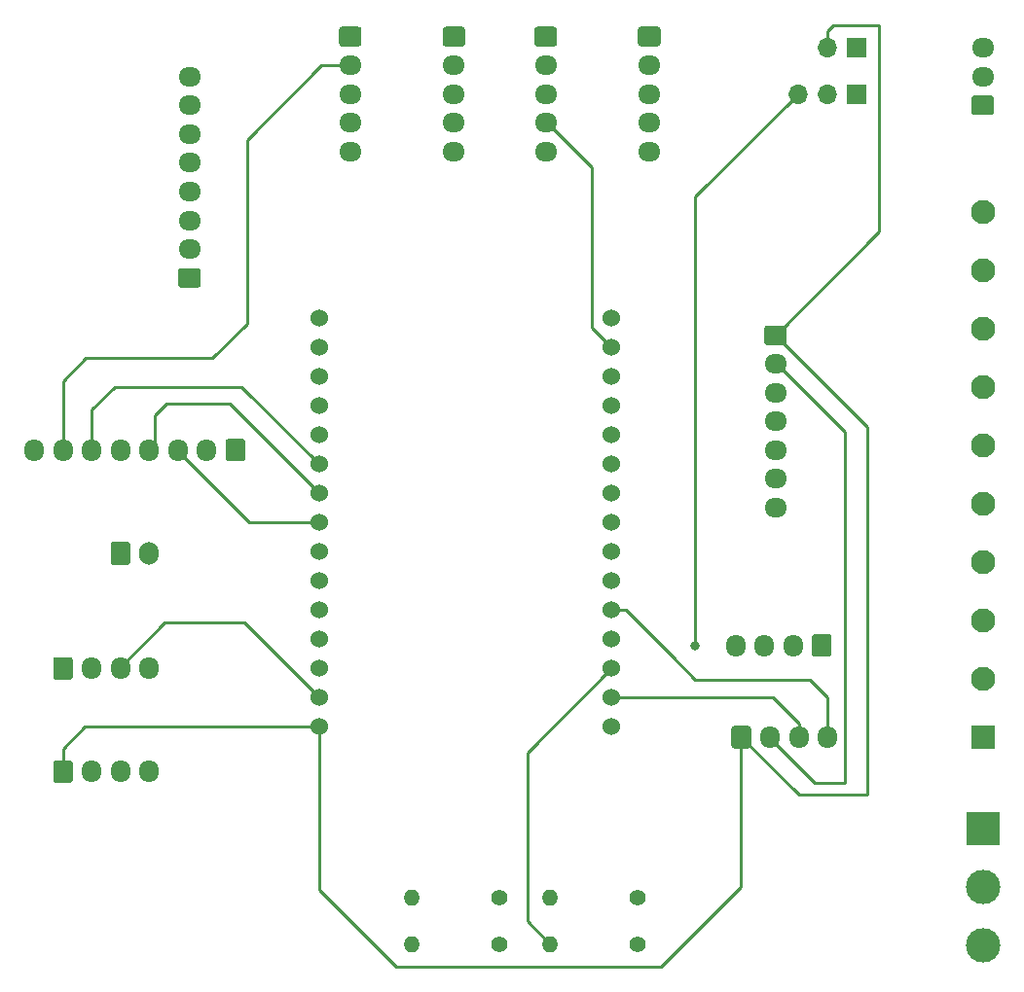
<source format=gbl>
G04 #@! TF.GenerationSoftware,KiCad,Pcbnew,(5.1.2)-2*
G04 #@! TF.CreationDate,2023-01-06T14:54:35+01:00*
G04 #@! TF.ProjectId,greenhouse,67726565-6e68-46f7-9573-652e6b696361,rev?*
G04 #@! TF.SameCoordinates,Original*
G04 #@! TF.FileFunction,Copper,L2,Bot*
G04 #@! TF.FilePolarity,Positive*
%FSLAX46Y46*%
G04 Gerber Fmt 4.6, Leading zero omitted, Abs format (unit mm)*
G04 Created by KiCad (PCBNEW (5.1.2)-2) date 2023-01-06 14:54:35*
%MOMM*%
%LPD*%
G04 APERTURE LIST*
%ADD10C,1.524000*%
%ADD11O,1.950000X1.700000*%
%ADD12C,0.100000*%
%ADD13C,1.700000*%
%ADD14O,1.700000X1.950000*%
%ADD15O,1.400000X1.400000*%
%ADD16C,1.400000*%
%ADD17O,1.700000X1.700000*%
%ADD18R,1.700000X1.700000*%
%ADD19C,2.100000*%
%ADD20R,2.100000X2.100000*%
%ADD21O,1.700000X2.000000*%
%ADD22C,3.000000*%
%ADD23R,3.000000X3.000000*%
%ADD24C,0.800000*%
%ADD25C,0.250000*%
G04 APERTURE END LIST*
D10*
X131300000Y-84540000D03*
X131300000Y-87080000D03*
X131300000Y-89620000D03*
X131300000Y-92160000D03*
X131300000Y-94700000D03*
X131300000Y-97240000D03*
X131300000Y-99780000D03*
X131300000Y-102320000D03*
X131300000Y-104860000D03*
X131300000Y-107400000D03*
X131300000Y-109940000D03*
X131300000Y-112480000D03*
X131300000Y-115020000D03*
X131300000Y-117560000D03*
X131300000Y-120100000D03*
X156700000Y-120100000D03*
X156700000Y-117560000D03*
X156700000Y-115020000D03*
X156700000Y-112480000D03*
X156700000Y-109940000D03*
X156700000Y-107400000D03*
X156700000Y-104860000D03*
X156700000Y-102320000D03*
X156700000Y-99780000D03*
X156700000Y-97240000D03*
X156700000Y-94700000D03*
X156700000Y-92160000D03*
X156700000Y-89620000D03*
X156700000Y-87080000D03*
X156700000Y-84540000D03*
D11*
X160000000Y-70000000D03*
X160000000Y-67500000D03*
X160000000Y-65000000D03*
X160000000Y-62500000D03*
D12*
G36*
X160749504Y-59151204D02*
G01*
X160773773Y-59154804D01*
X160797571Y-59160765D01*
X160820671Y-59169030D01*
X160842849Y-59179520D01*
X160863893Y-59192133D01*
X160883598Y-59206747D01*
X160901777Y-59223223D01*
X160918253Y-59241402D01*
X160932867Y-59261107D01*
X160945480Y-59282151D01*
X160955970Y-59304329D01*
X160964235Y-59327429D01*
X160970196Y-59351227D01*
X160973796Y-59375496D01*
X160975000Y-59400000D01*
X160975000Y-60600000D01*
X160973796Y-60624504D01*
X160970196Y-60648773D01*
X160964235Y-60672571D01*
X160955970Y-60695671D01*
X160945480Y-60717849D01*
X160932867Y-60738893D01*
X160918253Y-60758598D01*
X160901777Y-60776777D01*
X160883598Y-60793253D01*
X160863893Y-60807867D01*
X160842849Y-60820480D01*
X160820671Y-60830970D01*
X160797571Y-60839235D01*
X160773773Y-60845196D01*
X160749504Y-60848796D01*
X160725000Y-60850000D01*
X159275000Y-60850000D01*
X159250496Y-60848796D01*
X159226227Y-60845196D01*
X159202429Y-60839235D01*
X159179329Y-60830970D01*
X159157151Y-60820480D01*
X159136107Y-60807867D01*
X159116402Y-60793253D01*
X159098223Y-60776777D01*
X159081747Y-60758598D01*
X159067133Y-60738893D01*
X159054520Y-60717849D01*
X159044030Y-60695671D01*
X159035765Y-60672571D01*
X159029804Y-60648773D01*
X159026204Y-60624504D01*
X159025000Y-60600000D01*
X159025000Y-59400000D01*
X159026204Y-59375496D01*
X159029804Y-59351227D01*
X159035765Y-59327429D01*
X159044030Y-59304329D01*
X159054520Y-59282151D01*
X159067133Y-59261107D01*
X159081747Y-59241402D01*
X159098223Y-59223223D01*
X159116402Y-59206747D01*
X159136107Y-59192133D01*
X159157151Y-59179520D01*
X159179329Y-59169030D01*
X159202429Y-59160765D01*
X159226227Y-59154804D01*
X159250496Y-59151204D01*
X159275000Y-59150000D01*
X160725000Y-59150000D01*
X160749504Y-59151204D01*
X160749504Y-59151204D01*
G37*
D13*
X160000000Y-60000000D03*
D14*
X175500000Y-121000000D03*
X173000000Y-121000000D03*
X170500000Y-121000000D03*
D12*
G36*
X168624504Y-120026204D02*
G01*
X168648773Y-120029804D01*
X168672571Y-120035765D01*
X168695671Y-120044030D01*
X168717849Y-120054520D01*
X168738893Y-120067133D01*
X168758598Y-120081747D01*
X168776777Y-120098223D01*
X168793253Y-120116402D01*
X168807867Y-120136107D01*
X168820480Y-120157151D01*
X168830970Y-120179329D01*
X168839235Y-120202429D01*
X168845196Y-120226227D01*
X168848796Y-120250496D01*
X168850000Y-120275000D01*
X168850000Y-121725000D01*
X168848796Y-121749504D01*
X168845196Y-121773773D01*
X168839235Y-121797571D01*
X168830970Y-121820671D01*
X168820480Y-121842849D01*
X168807867Y-121863893D01*
X168793253Y-121883598D01*
X168776777Y-121901777D01*
X168758598Y-121918253D01*
X168738893Y-121932867D01*
X168717849Y-121945480D01*
X168695671Y-121955970D01*
X168672571Y-121964235D01*
X168648773Y-121970196D01*
X168624504Y-121973796D01*
X168600000Y-121975000D01*
X167400000Y-121975000D01*
X167375496Y-121973796D01*
X167351227Y-121970196D01*
X167327429Y-121964235D01*
X167304329Y-121955970D01*
X167282151Y-121945480D01*
X167261107Y-121932867D01*
X167241402Y-121918253D01*
X167223223Y-121901777D01*
X167206747Y-121883598D01*
X167192133Y-121863893D01*
X167179520Y-121842849D01*
X167169030Y-121820671D01*
X167160765Y-121797571D01*
X167154804Y-121773773D01*
X167151204Y-121749504D01*
X167150000Y-121725000D01*
X167150000Y-120275000D01*
X167151204Y-120250496D01*
X167154804Y-120226227D01*
X167160765Y-120202429D01*
X167169030Y-120179329D01*
X167179520Y-120157151D01*
X167192133Y-120136107D01*
X167206747Y-120116402D01*
X167223223Y-120098223D01*
X167241402Y-120081747D01*
X167261107Y-120067133D01*
X167282151Y-120054520D01*
X167304329Y-120044030D01*
X167327429Y-120035765D01*
X167351227Y-120029804D01*
X167375496Y-120026204D01*
X167400000Y-120025000D01*
X168600000Y-120025000D01*
X168624504Y-120026204D01*
X168624504Y-120026204D01*
G37*
D13*
X168000000Y-121000000D03*
D14*
X106500000Y-96000000D03*
X109000000Y-96000000D03*
X111500000Y-96000000D03*
X114000000Y-96000000D03*
X116500000Y-96000000D03*
X119000000Y-96000000D03*
X121500000Y-96000000D03*
D12*
G36*
X124624504Y-95026204D02*
G01*
X124648773Y-95029804D01*
X124672571Y-95035765D01*
X124695671Y-95044030D01*
X124717849Y-95054520D01*
X124738893Y-95067133D01*
X124758598Y-95081747D01*
X124776777Y-95098223D01*
X124793253Y-95116402D01*
X124807867Y-95136107D01*
X124820480Y-95157151D01*
X124830970Y-95179329D01*
X124839235Y-95202429D01*
X124845196Y-95226227D01*
X124848796Y-95250496D01*
X124850000Y-95275000D01*
X124850000Y-96725000D01*
X124848796Y-96749504D01*
X124845196Y-96773773D01*
X124839235Y-96797571D01*
X124830970Y-96820671D01*
X124820480Y-96842849D01*
X124807867Y-96863893D01*
X124793253Y-96883598D01*
X124776777Y-96901777D01*
X124758598Y-96918253D01*
X124738893Y-96932867D01*
X124717849Y-96945480D01*
X124695671Y-96955970D01*
X124672571Y-96964235D01*
X124648773Y-96970196D01*
X124624504Y-96973796D01*
X124600000Y-96975000D01*
X123400000Y-96975000D01*
X123375496Y-96973796D01*
X123351227Y-96970196D01*
X123327429Y-96964235D01*
X123304329Y-96955970D01*
X123282151Y-96945480D01*
X123261107Y-96932867D01*
X123241402Y-96918253D01*
X123223223Y-96901777D01*
X123206747Y-96883598D01*
X123192133Y-96863893D01*
X123179520Y-96842849D01*
X123169030Y-96820671D01*
X123160765Y-96797571D01*
X123154804Y-96773773D01*
X123151204Y-96749504D01*
X123150000Y-96725000D01*
X123150000Y-95275000D01*
X123151204Y-95250496D01*
X123154804Y-95226227D01*
X123160765Y-95202429D01*
X123169030Y-95179329D01*
X123179520Y-95157151D01*
X123192133Y-95136107D01*
X123206747Y-95116402D01*
X123223223Y-95098223D01*
X123241402Y-95081747D01*
X123261107Y-95067133D01*
X123282151Y-95054520D01*
X123304329Y-95044030D01*
X123327429Y-95035765D01*
X123351227Y-95029804D01*
X123375496Y-95026204D01*
X123400000Y-95025000D01*
X124600000Y-95025000D01*
X124624504Y-95026204D01*
X124624504Y-95026204D01*
G37*
D13*
X124000000Y-96000000D03*
D11*
X120000000Y-63500000D03*
X120000000Y-66000000D03*
X120000000Y-68500000D03*
X120000000Y-71000000D03*
X120000000Y-73500000D03*
X120000000Y-76000000D03*
X120000000Y-78500000D03*
D12*
G36*
X120749504Y-80151204D02*
G01*
X120773773Y-80154804D01*
X120797571Y-80160765D01*
X120820671Y-80169030D01*
X120842849Y-80179520D01*
X120863893Y-80192133D01*
X120883598Y-80206747D01*
X120901777Y-80223223D01*
X120918253Y-80241402D01*
X120932867Y-80261107D01*
X120945480Y-80282151D01*
X120955970Y-80304329D01*
X120964235Y-80327429D01*
X120970196Y-80351227D01*
X120973796Y-80375496D01*
X120975000Y-80400000D01*
X120975000Y-81600000D01*
X120973796Y-81624504D01*
X120970196Y-81648773D01*
X120964235Y-81672571D01*
X120955970Y-81695671D01*
X120945480Y-81717849D01*
X120932867Y-81738893D01*
X120918253Y-81758598D01*
X120901777Y-81776777D01*
X120883598Y-81793253D01*
X120863893Y-81807867D01*
X120842849Y-81820480D01*
X120820671Y-81830970D01*
X120797571Y-81839235D01*
X120773773Y-81845196D01*
X120749504Y-81848796D01*
X120725000Y-81850000D01*
X119275000Y-81850000D01*
X119250496Y-81848796D01*
X119226227Y-81845196D01*
X119202429Y-81839235D01*
X119179329Y-81830970D01*
X119157151Y-81820480D01*
X119136107Y-81807867D01*
X119116402Y-81793253D01*
X119098223Y-81776777D01*
X119081747Y-81758598D01*
X119067133Y-81738893D01*
X119054520Y-81717849D01*
X119044030Y-81695671D01*
X119035765Y-81672571D01*
X119029804Y-81648773D01*
X119026204Y-81624504D01*
X119025000Y-81600000D01*
X119025000Y-80400000D01*
X119026204Y-80375496D01*
X119029804Y-80351227D01*
X119035765Y-80327429D01*
X119044030Y-80304329D01*
X119054520Y-80282151D01*
X119067133Y-80261107D01*
X119081747Y-80241402D01*
X119098223Y-80223223D01*
X119116402Y-80206747D01*
X119136107Y-80192133D01*
X119157151Y-80179520D01*
X119179329Y-80169030D01*
X119202429Y-80160765D01*
X119226227Y-80154804D01*
X119250496Y-80151204D01*
X119275000Y-80150000D01*
X120725000Y-80150000D01*
X120749504Y-80151204D01*
X120749504Y-80151204D01*
G37*
D13*
X120000000Y-81000000D03*
D15*
X151380000Y-139000000D03*
D16*
X159000000Y-139000000D03*
D17*
X172920000Y-65000000D03*
X175460000Y-65000000D03*
D18*
X178000000Y-65000000D03*
D11*
X189000000Y-61000000D03*
X189000000Y-63500000D03*
D12*
G36*
X189749504Y-65151204D02*
G01*
X189773773Y-65154804D01*
X189797571Y-65160765D01*
X189820671Y-65169030D01*
X189842849Y-65179520D01*
X189863893Y-65192133D01*
X189883598Y-65206747D01*
X189901777Y-65223223D01*
X189918253Y-65241402D01*
X189932867Y-65261107D01*
X189945480Y-65282151D01*
X189955970Y-65304329D01*
X189964235Y-65327429D01*
X189970196Y-65351227D01*
X189973796Y-65375496D01*
X189975000Y-65400000D01*
X189975000Y-66600000D01*
X189973796Y-66624504D01*
X189970196Y-66648773D01*
X189964235Y-66672571D01*
X189955970Y-66695671D01*
X189945480Y-66717849D01*
X189932867Y-66738893D01*
X189918253Y-66758598D01*
X189901777Y-66776777D01*
X189883598Y-66793253D01*
X189863893Y-66807867D01*
X189842849Y-66820480D01*
X189820671Y-66830970D01*
X189797571Y-66839235D01*
X189773773Y-66845196D01*
X189749504Y-66848796D01*
X189725000Y-66850000D01*
X188275000Y-66850000D01*
X188250496Y-66848796D01*
X188226227Y-66845196D01*
X188202429Y-66839235D01*
X188179329Y-66830970D01*
X188157151Y-66820480D01*
X188136107Y-66807867D01*
X188116402Y-66793253D01*
X188098223Y-66776777D01*
X188081747Y-66758598D01*
X188067133Y-66738893D01*
X188054520Y-66717849D01*
X188044030Y-66695671D01*
X188035765Y-66672571D01*
X188029804Y-66648773D01*
X188026204Y-66624504D01*
X188025000Y-66600000D01*
X188025000Y-65400000D01*
X188026204Y-65375496D01*
X188029804Y-65351227D01*
X188035765Y-65327429D01*
X188044030Y-65304329D01*
X188054520Y-65282151D01*
X188067133Y-65261107D01*
X188081747Y-65241402D01*
X188098223Y-65223223D01*
X188116402Y-65206747D01*
X188136107Y-65192133D01*
X188157151Y-65179520D01*
X188179329Y-65169030D01*
X188202429Y-65160765D01*
X188226227Y-65154804D01*
X188250496Y-65151204D01*
X188275000Y-65150000D01*
X189725000Y-65150000D01*
X189749504Y-65151204D01*
X189749504Y-65151204D01*
G37*
D13*
X189000000Y-66000000D03*
D17*
X175460000Y-61000000D03*
D18*
X178000000Y-61000000D03*
D15*
X139380000Y-139000000D03*
D16*
X147000000Y-139000000D03*
D15*
X139380000Y-135000000D03*
D16*
X147000000Y-135000000D03*
D15*
X151380000Y-135000000D03*
D16*
X159000000Y-135000000D03*
D19*
X189000000Y-75280000D03*
X189000000Y-80360000D03*
X189000000Y-85440000D03*
X189000000Y-90520000D03*
X189000000Y-95600000D03*
X189000000Y-100680000D03*
X189000000Y-105760000D03*
X189000000Y-110840000D03*
X189000000Y-115920000D03*
D20*
X189000000Y-121000000D03*
D11*
X134000000Y-70000000D03*
X134000000Y-67500000D03*
X134000000Y-65000000D03*
X134000000Y-62500000D03*
D12*
G36*
X134749504Y-59151204D02*
G01*
X134773773Y-59154804D01*
X134797571Y-59160765D01*
X134820671Y-59169030D01*
X134842849Y-59179520D01*
X134863893Y-59192133D01*
X134883598Y-59206747D01*
X134901777Y-59223223D01*
X134918253Y-59241402D01*
X134932867Y-59261107D01*
X134945480Y-59282151D01*
X134955970Y-59304329D01*
X134964235Y-59327429D01*
X134970196Y-59351227D01*
X134973796Y-59375496D01*
X134975000Y-59400000D01*
X134975000Y-60600000D01*
X134973796Y-60624504D01*
X134970196Y-60648773D01*
X134964235Y-60672571D01*
X134955970Y-60695671D01*
X134945480Y-60717849D01*
X134932867Y-60738893D01*
X134918253Y-60758598D01*
X134901777Y-60776777D01*
X134883598Y-60793253D01*
X134863893Y-60807867D01*
X134842849Y-60820480D01*
X134820671Y-60830970D01*
X134797571Y-60839235D01*
X134773773Y-60845196D01*
X134749504Y-60848796D01*
X134725000Y-60850000D01*
X133275000Y-60850000D01*
X133250496Y-60848796D01*
X133226227Y-60845196D01*
X133202429Y-60839235D01*
X133179329Y-60830970D01*
X133157151Y-60820480D01*
X133136107Y-60807867D01*
X133116402Y-60793253D01*
X133098223Y-60776777D01*
X133081747Y-60758598D01*
X133067133Y-60738893D01*
X133054520Y-60717849D01*
X133044030Y-60695671D01*
X133035765Y-60672571D01*
X133029804Y-60648773D01*
X133026204Y-60624504D01*
X133025000Y-60600000D01*
X133025000Y-59400000D01*
X133026204Y-59375496D01*
X133029804Y-59351227D01*
X133035765Y-59327429D01*
X133044030Y-59304329D01*
X133054520Y-59282151D01*
X133067133Y-59261107D01*
X133081747Y-59241402D01*
X133098223Y-59223223D01*
X133116402Y-59206747D01*
X133136107Y-59192133D01*
X133157151Y-59179520D01*
X133179329Y-59169030D01*
X133202429Y-59160765D01*
X133226227Y-59154804D01*
X133250496Y-59151204D01*
X133275000Y-59150000D01*
X134725000Y-59150000D01*
X134749504Y-59151204D01*
X134749504Y-59151204D01*
G37*
D13*
X134000000Y-60000000D03*
D11*
X151000000Y-70000000D03*
X151000000Y-67500000D03*
X151000000Y-65000000D03*
X151000000Y-62500000D03*
D12*
G36*
X151749504Y-59151204D02*
G01*
X151773773Y-59154804D01*
X151797571Y-59160765D01*
X151820671Y-59169030D01*
X151842849Y-59179520D01*
X151863893Y-59192133D01*
X151883598Y-59206747D01*
X151901777Y-59223223D01*
X151918253Y-59241402D01*
X151932867Y-59261107D01*
X151945480Y-59282151D01*
X151955970Y-59304329D01*
X151964235Y-59327429D01*
X151970196Y-59351227D01*
X151973796Y-59375496D01*
X151975000Y-59400000D01*
X151975000Y-60600000D01*
X151973796Y-60624504D01*
X151970196Y-60648773D01*
X151964235Y-60672571D01*
X151955970Y-60695671D01*
X151945480Y-60717849D01*
X151932867Y-60738893D01*
X151918253Y-60758598D01*
X151901777Y-60776777D01*
X151883598Y-60793253D01*
X151863893Y-60807867D01*
X151842849Y-60820480D01*
X151820671Y-60830970D01*
X151797571Y-60839235D01*
X151773773Y-60845196D01*
X151749504Y-60848796D01*
X151725000Y-60850000D01*
X150275000Y-60850000D01*
X150250496Y-60848796D01*
X150226227Y-60845196D01*
X150202429Y-60839235D01*
X150179329Y-60830970D01*
X150157151Y-60820480D01*
X150136107Y-60807867D01*
X150116402Y-60793253D01*
X150098223Y-60776777D01*
X150081747Y-60758598D01*
X150067133Y-60738893D01*
X150054520Y-60717849D01*
X150044030Y-60695671D01*
X150035765Y-60672571D01*
X150029804Y-60648773D01*
X150026204Y-60624504D01*
X150025000Y-60600000D01*
X150025000Y-59400000D01*
X150026204Y-59375496D01*
X150029804Y-59351227D01*
X150035765Y-59327429D01*
X150044030Y-59304329D01*
X150054520Y-59282151D01*
X150067133Y-59261107D01*
X150081747Y-59241402D01*
X150098223Y-59223223D01*
X150116402Y-59206747D01*
X150136107Y-59192133D01*
X150157151Y-59179520D01*
X150179329Y-59169030D01*
X150202429Y-59160765D01*
X150226227Y-59154804D01*
X150250496Y-59151204D01*
X150275000Y-59150000D01*
X151725000Y-59150000D01*
X151749504Y-59151204D01*
X151749504Y-59151204D01*
G37*
D13*
X151000000Y-60000000D03*
D14*
X116500000Y-115000000D03*
X114000000Y-115000000D03*
X111500000Y-115000000D03*
D12*
G36*
X109624504Y-114026204D02*
G01*
X109648773Y-114029804D01*
X109672571Y-114035765D01*
X109695671Y-114044030D01*
X109717849Y-114054520D01*
X109738893Y-114067133D01*
X109758598Y-114081747D01*
X109776777Y-114098223D01*
X109793253Y-114116402D01*
X109807867Y-114136107D01*
X109820480Y-114157151D01*
X109830970Y-114179329D01*
X109839235Y-114202429D01*
X109845196Y-114226227D01*
X109848796Y-114250496D01*
X109850000Y-114275000D01*
X109850000Y-115725000D01*
X109848796Y-115749504D01*
X109845196Y-115773773D01*
X109839235Y-115797571D01*
X109830970Y-115820671D01*
X109820480Y-115842849D01*
X109807867Y-115863893D01*
X109793253Y-115883598D01*
X109776777Y-115901777D01*
X109758598Y-115918253D01*
X109738893Y-115932867D01*
X109717849Y-115945480D01*
X109695671Y-115955970D01*
X109672571Y-115964235D01*
X109648773Y-115970196D01*
X109624504Y-115973796D01*
X109600000Y-115975000D01*
X108400000Y-115975000D01*
X108375496Y-115973796D01*
X108351227Y-115970196D01*
X108327429Y-115964235D01*
X108304329Y-115955970D01*
X108282151Y-115945480D01*
X108261107Y-115932867D01*
X108241402Y-115918253D01*
X108223223Y-115901777D01*
X108206747Y-115883598D01*
X108192133Y-115863893D01*
X108179520Y-115842849D01*
X108169030Y-115820671D01*
X108160765Y-115797571D01*
X108154804Y-115773773D01*
X108151204Y-115749504D01*
X108150000Y-115725000D01*
X108150000Y-114275000D01*
X108151204Y-114250496D01*
X108154804Y-114226227D01*
X108160765Y-114202429D01*
X108169030Y-114179329D01*
X108179520Y-114157151D01*
X108192133Y-114136107D01*
X108206747Y-114116402D01*
X108223223Y-114098223D01*
X108241402Y-114081747D01*
X108261107Y-114067133D01*
X108282151Y-114054520D01*
X108304329Y-114044030D01*
X108327429Y-114035765D01*
X108351227Y-114029804D01*
X108375496Y-114026204D01*
X108400000Y-114025000D01*
X109600000Y-114025000D01*
X109624504Y-114026204D01*
X109624504Y-114026204D01*
G37*
D13*
X109000000Y-115000000D03*
D21*
X116500000Y-105000000D03*
D12*
G36*
X114624504Y-104001204D02*
G01*
X114648773Y-104004804D01*
X114672571Y-104010765D01*
X114695671Y-104019030D01*
X114717849Y-104029520D01*
X114738893Y-104042133D01*
X114758598Y-104056747D01*
X114776777Y-104073223D01*
X114793253Y-104091402D01*
X114807867Y-104111107D01*
X114820480Y-104132151D01*
X114830970Y-104154329D01*
X114839235Y-104177429D01*
X114845196Y-104201227D01*
X114848796Y-104225496D01*
X114850000Y-104250000D01*
X114850000Y-105750000D01*
X114848796Y-105774504D01*
X114845196Y-105798773D01*
X114839235Y-105822571D01*
X114830970Y-105845671D01*
X114820480Y-105867849D01*
X114807867Y-105888893D01*
X114793253Y-105908598D01*
X114776777Y-105926777D01*
X114758598Y-105943253D01*
X114738893Y-105957867D01*
X114717849Y-105970480D01*
X114695671Y-105980970D01*
X114672571Y-105989235D01*
X114648773Y-105995196D01*
X114624504Y-105998796D01*
X114600000Y-106000000D01*
X113400000Y-106000000D01*
X113375496Y-105998796D01*
X113351227Y-105995196D01*
X113327429Y-105989235D01*
X113304329Y-105980970D01*
X113282151Y-105970480D01*
X113261107Y-105957867D01*
X113241402Y-105943253D01*
X113223223Y-105926777D01*
X113206747Y-105908598D01*
X113192133Y-105888893D01*
X113179520Y-105867849D01*
X113169030Y-105845671D01*
X113160765Y-105822571D01*
X113154804Y-105798773D01*
X113151204Y-105774504D01*
X113150000Y-105750000D01*
X113150000Y-104250000D01*
X113151204Y-104225496D01*
X113154804Y-104201227D01*
X113160765Y-104177429D01*
X113169030Y-104154329D01*
X113179520Y-104132151D01*
X113192133Y-104111107D01*
X113206747Y-104091402D01*
X113223223Y-104073223D01*
X113241402Y-104056747D01*
X113261107Y-104042133D01*
X113282151Y-104029520D01*
X113304329Y-104019030D01*
X113327429Y-104010765D01*
X113351227Y-104004804D01*
X113375496Y-104001204D01*
X113400000Y-104000000D01*
X114600000Y-104000000D01*
X114624504Y-104001204D01*
X114624504Y-104001204D01*
G37*
D13*
X114000000Y-105000000D03*
D22*
X189000000Y-139160000D03*
X189000000Y-134080000D03*
D23*
X189000000Y-129000000D03*
D11*
X171000000Y-101000000D03*
X171000000Y-98500000D03*
X171000000Y-96000000D03*
X171000000Y-93500000D03*
X171000000Y-91000000D03*
X171000000Y-88500000D03*
D12*
G36*
X171749504Y-85151204D02*
G01*
X171773773Y-85154804D01*
X171797571Y-85160765D01*
X171820671Y-85169030D01*
X171842849Y-85179520D01*
X171863893Y-85192133D01*
X171883598Y-85206747D01*
X171901777Y-85223223D01*
X171918253Y-85241402D01*
X171932867Y-85261107D01*
X171945480Y-85282151D01*
X171955970Y-85304329D01*
X171964235Y-85327429D01*
X171970196Y-85351227D01*
X171973796Y-85375496D01*
X171975000Y-85400000D01*
X171975000Y-86600000D01*
X171973796Y-86624504D01*
X171970196Y-86648773D01*
X171964235Y-86672571D01*
X171955970Y-86695671D01*
X171945480Y-86717849D01*
X171932867Y-86738893D01*
X171918253Y-86758598D01*
X171901777Y-86776777D01*
X171883598Y-86793253D01*
X171863893Y-86807867D01*
X171842849Y-86820480D01*
X171820671Y-86830970D01*
X171797571Y-86839235D01*
X171773773Y-86845196D01*
X171749504Y-86848796D01*
X171725000Y-86850000D01*
X170275000Y-86850000D01*
X170250496Y-86848796D01*
X170226227Y-86845196D01*
X170202429Y-86839235D01*
X170179329Y-86830970D01*
X170157151Y-86820480D01*
X170136107Y-86807867D01*
X170116402Y-86793253D01*
X170098223Y-86776777D01*
X170081747Y-86758598D01*
X170067133Y-86738893D01*
X170054520Y-86717849D01*
X170044030Y-86695671D01*
X170035765Y-86672571D01*
X170029804Y-86648773D01*
X170026204Y-86624504D01*
X170025000Y-86600000D01*
X170025000Y-85400000D01*
X170026204Y-85375496D01*
X170029804Y-85351227D01*
X170035765Y-85327429D01*
X170044030Y-85304329D01*
X170054520Y-85282151D01*
X170067133Y-85261107D01*
X170081747Y-85241402D01*
X170098223Y-85223223D01*
X170116402Y-85206747D01*
X170136107Y-85192133D01*
X170157151Y-85179520D01*
X170179329Y-85169030D01*
X170202429Y-85160765D01*
X170226227Y-85154804D01*
X170250496Y-85151204D01*
X170275000Y-85150000D01*
X171725000Y-85150000D01*
X171749504Y-85151204D01*
X171749504Y-85151204D01*
G37*
D13*
X171000000Y-86000000D03*
D14*
X167500000Y-113000000D03*
X170000000Y-113000000D03*
X172500000Y-113000000D03*
D12*
G36*
X175624504Y-112026204D02*
G01*
X175648773Y-112029804D01*
X175672571Y-112035765D01*
X175695671Y-112044030D01*
X175717849Y-112054520D01*
X175738893Y-112067133D01*
X175758598Y-112081747D01*
X175776777Y-112098223D01*
X175793253Y-112116402D01*
X175807867Y-112136107D01*
X175820480Y-112157151D01*
X175830970Y-112179329D01*
X175839235Y-112202429D01*
X175845196Y-112226227D01*
X175848796Y-112250496D01*
X175850000Y-112275000D01*
X175850000Y-113725000D01*
X175848796Y-113749504D01*
X175845196Y-113773773D01*
X175839235Y-113797571D01*
X175830970Y-113820671D01*
X175820480Y-113842849D01*
X175807867Y-113863893D01*
X175793253Y-113883598D01*
X175776777Y-113901777D01*
X175758598Y-113918253D01*
X175738893Y-113932867D01*
X175717849Y-113945480D01*
X175695671Y-113955970D01*
X175672571Y-113964235D01*
X175648773Y-113970196D01*
X175624504Y-113973796D01*
X175600000Y-113975000D01*
X174400000Y-113975000D01*
X174375496Y-113973796D01*
X174351227Y-113970196D01*
X174327429Y-113964235D01*
X174304329Y-113955970D01*
X174282151Y-113945480D01*
X174261107Y-113932867D01*
X174241402Y-113918253D01*
X174223223Y-113901777D01*
X174206747Y-113883598D01*
X174192133Y-113863893D01*
X174179520Y-113842849D01*
X174169030Y-113820671D01*
X174160765Y-113797571D01*
X174154804Y-113773773D01*
X174151204Y-113749504D01*
X174150000Y-113725000D01*
X174150000Y-112275000D01*
X174151204Y-112250496D01*
X174154804Y-112226227D01*
X174160765Y-112202429D01*
X174169030Y-112179329D01*
X174179520Y-112157151D01*
X174192133Y-112136107D01*
X174206747Y-112116402D01*
X174223223Y-112098223D01*
X174241402Y-112081747D01*
X174261107Y-112067133D01*
X174282151Y-112054520D01*
X174304329Y-112044030D01*
X174327429Y-112035765D01*
X174351227Y-112029804D01*
X174375496Y-112026204D01*
X174400000Y-112025000D01*
X175600000Y-112025000D01*
X175624504Y-112026204D01*
X175624504Y-112026204D01*
G37*
D13*
X175000000Y-113000000D03*
D14*
X116500000Y-124000000D03*
X114000000Y-124000000D03*
X111500000Y-124000000D03*
D12*
G36*
X109624504Y-123026204D02*
G01*
X109648773Y-123029804D01*
X109672571Y-123035765D01*
X109695671Y-123044030D01*
X109717849Y-123054520D01*
X109738893Y-123067133D01*
X109758598Y-123081747D01*
X109776777Y-123098223D01*
X109793253Y-123116402D01*
X109807867Y-123136107D01*
X109820480Y-123157151D01*
X109830970Y-123179329D01*
X109839235Y-123202429D01*
X109845196Y-123226227D01*
X109848796Y-123250496D01*
X109850000Y-123275000D01*
X109850000Y-124725000D01*
X109848796Y-124749504D01*
X109845196Y-124773773D01*
X109839235Y-124797571D01*
X109830970Y-124820671D01*
X109820480Y-124842849D01*
X109807867Y-124863893D01*
X109793253Y-124883598D01*
X109776777Y-124901777D01*
X109758598Y-124918253D01*
X109738893Y-124932867D01*
X109717849Y-124945480D01*
X109695671Y-124955970D01*
X109672571Y-124964235D01*
X109648773Y-124970196D01*
X109624504Y-124973796D01*
X109600000Y-124975000D01*
X108400000Y-124975000D01*
X108375496Y-124973796D01*
X108351227Y-124970196D01*
X108327429Y-124964235D01*
X108304329Y-124955970D01*
X108282151Y-124945480D01*
X108261107Y-124932867D01*
X108241402Y-124918253D01*
X108223223Y-124901777D01*
X108206747Y-124883598D01*
X108192133Y-124863893D01*
X108179520Y-124842849D01*
X108169030Y-124820671D01*
X108160765Y-124797571D01*
X108154804Y-124773773D01*
X108151204Y-124749504D01*
X108150000Y-124725000D01*
X108150000Y-123275000D01*
X108151204Y-123250496D01*
X108154804Y-123226227D01*
X108160765Y-123202429D01*
X108169030Y-123179329D01*
X108179520Y-123157151D01*
X108192133Y-123136107D01*
X108206747Y-123116402D01*
X108223223Y-123098223D01*
X108241402Y-123081747D01*
X108261107Y-123067133D01*
X108282151Y-123054520D01*
X108304329Y-123044030D01*
X108327429Y-123035765D01*
X108351227Y-123029804D01*
X108375496Y-123026204D01*
X108400000Y-123025000D01*
X109600000Y-123025000D01*
X109624504Y-123026204D01*
X109624504Y-123026204D01*
G37*
D13*
X109000000Y-124000000D03*
D11*
X143000000Y-70000000D03*
X143000000Y-67500000D03*
X143000000Y-65000000D03*
X143000000Y-62500000D03*
D12*
G36*
X143749504Y-59151204D02*
G01*
X143773773Y-59154804D01*
X143797571Y-59160765D01*
X143820671Y-59169030D01*
X143842849Y-59179520D01*
X143863893Y-59192133D01*
X143883598Y-59206747D01*
X143901777Y-59223223D01*
X143918253Y-59241402D01*
X143932867Y-59261107D01*
X143945480Y-59282151D01*
X143955970Y-59304329D01*
X143964235Y-59327429D01*
X143970196Y-59351227D01*
X143973796Y-59375496D01*
X143975000Y-59400000D01*
X143975000Y-60600000D01*
X143973796Y-60624504D01*
X143970196Y-60648773D01*
X143964235Y-60672571D01*
X143955970Y-60695671D01*
X143945480Y-60717849D01*
X143932867Y-60738893D01*
X143918253Y-60758598D01*
X143901777Y-60776777D01*
X143883598Y-60793253D01*
X143863893Y-60807867D01*
X143842849Y-60820480D01*
X143820671Y-60830970D01*
X143797571Y-60839235D01*
X143773773Y-60845196D01*
X143749504Y-60848796D01*
X143725000Y-60850000D01*
X142275000Y-60850000D01*
X142250496Y-60848796D01*
X142226227Y-60845196D01*
X142202429Y-60839235D01*
X142179329Y-60830970D01*
X142157151Y-60820480D01*
X142136107Y-60807867D01*
X142116402Y-60793253D01*
X142098223Y-60776777D01*
X142081747Y-60758598D01*
X142067133Y-60738893D01*
X142054520Y-60717849D01*
X142044030Y-60695671D01*
X142035765Y-60672571D01*
X142029804Y-60648773D01*
X142026204Y-60624504D01*
X142025000Y-60600000D01*
X142025000Y-59400000D01*
X142026204Y-59375496D01*
X142029804Y-59351227D01*
X142035765Y-59327429D01*
X142044030Y-59304329D01*
X142054520Y-59282151D01*
X142067133Y-59261107D01*
X142081747Y-59241402D01*
X142098223Y-59223223D01*
X142116402Y-59206747D01*
X142136107Y-59192133D01*
X142157151Y-59179520D01*
X142179329Y-59169030D01*
X142202429Y-59160765D01*
X142226227Y-59154804D01*
X142250496Y-59151204D01*
X142275000Y-59150000D01*
X143725000Y-59150000D01*
X143749504Y-59151204D01*
X143749504Y-59151204D01*
G37*
D13*
X143000000Y-60000000D03*
D24*
X164000000Y-113000000D03*
D25*
X114000000Y-115125000D02*
X114000000Y-115000000D01*
X114000000Y-114875000D02*
X114000000Y-115000000D01*
X117875000Y-111000000D02*
X114000000Y-114875000D01*
X124740000Y-111000000D02*
X131300000Y-117560000D01*
X117875000Y-111000000D02*
X124740000Y-111000000D01*
X157777630Y-117560000D02*
X156700000Y-117560000D01*
X170785000Y-117560000D02*
X157777630Y-117560000D01*
X173000000Y-119775000D02*
X170785000Y-117560000D01*
X173000000Y-121000000D02*
X173000000Y-119775000D01*
X155000000Y-85380000D02*
X156700000Y-87080000D01*
X155000000Y-71375000D02*
X155000000Y-85380000D01*
X151000000Y-67500000D02*
X151125000Y-67500000D01*
X151125000Y-67500000D02*
X155000000Y-71375000D01*
X170500000Y-121125000D02*
X174375000Y-125000000D01*
X170500000Y-121000000D02*
X170500000Y-121125000D01*
X174375000Y-125000000D02*
X177000000Y-125000000D01*
X171125000Y-88500000D02*
X171000000Y-88500000D01*
X177000000Y-94375000D02*
X171125000Y-88500000D01*
X177000000Y-125000000D02*
X177000000Y-94375000D01*
X131500000Y-62500000D02*
X134000000Y-62500000D01*
X109000000Y-90000000D02*
X111000000Y-88000000D01*
X109000000Y-96000000D02*
X109000000Y-90000000D01*
X111000000Y-88000000D02*
X122000000Y-88000000D01*
X122000000Y-88000000D02*
X125000000Y-85000000D01*
X125000000Y-85000000D02*
X125000000Y-69000000D01*
X125000000Y-69000000D02*
X131500000Y-62500000D01*
X168000000Y-123000000D02*
X168000000Y-121000000D01*
X180000000Y-77000000D02*
X171000000Y-86000000D01*
X180000000Y-59000000D02*
X180000000Y-77000000D01*
X176000000Y-59000000D02*
X180000000Y-59000000D01*
X175460000Y-61000000D02*
X175460000Y-59540000D01*
X175460000Y-59540000D02*
X176000000Y-59000000D01*
X173000000Y-126000000D02*
X168000000Y-121000000D01*
X179000000Y-126000000D02*
X173000000Y-126000000D01*
X171000000Y-86000000D02*
X179000000Y-94000000D01*
X179000000Y-94000000D02*
X179000000Y-126000000D01*
X109000000Y-124000000D02*
X109000000Y-122000000D01*
X110900000Y-120100000D02*
X131300000Y-120100000D01*
X109000000Y-122000000D02*
X110900000Y-120100000D01*
X131300000Y-134300000D02*
X131300000Y-120100000D01*
X138000000Y-141000000D02*
X131300000Y-134300000D01*
X161000000Y-141000000D02*
X138000000Y-141000000D01*
X168000000Y-121000000D02*
X168000000Y-134000000D01*
X168000000Y-134000000D02*
X161000000Y-141000000D01*
X116500000Y-95875000D02*
X117000000Y-95375000D01*
X116500000Y-96000000D02*
X116500000Y-95875000D01*
X117000000Y-95375000D02*
X117000000Y-93000000D01*
X117000000Y-93000000D02*
X118000000Y-92000000D01*
X123520000Y-92000000D02*
X131300000Y-99780000D01*
X118000000Y-92000000D02*
X123520000Y-92000000D01*
X119000000Y-96125000D02*
X119000000Y-96000000D01*
X125195000Y-102320000D02*
X119000000Y-96125000D01*
X131300000Y-102320000D02*
X125195000Y-102320000D01*
X175500000Y-121000000D02*
X175500000Y-117500000D01*
X175500000Y-117500000D02*
X174000000Y-116000000D01*
X174000000Y-116000000D02*
X164000000Y-116000000D01*
X164000000Y-116000000D02*
X162000000Y-114000000D01*
X156700000Y-109940000D02*
X157940000Y-109940000D01*
X157940000Y-109940000D02*
X162000000Y-114000000D01*
X151380000Y-139000000D02*
X149380000Y-137000000D01*
X149380000Y-137000000D02*
X149380000Y-122340000D01*
X149380000Y-122340000D02*
X156700000Y-115020000D01*
X164000000Y-73920000D02*
X172920000Y-65000000D01*
X164000000Y-113000000D02*
X164000000Y-73920000D01*
X111500000Y-92500000D02*
X111500000Y-96000000D01*
X113521999Y-90478001D02*
X111500000Y-92500000D01*
X124538001Y-90478001D02*
X131300000Y-97240000D01*
X113521999Y-90478001D02*
X124538001Y-90478001D01*
M02*

</source>
